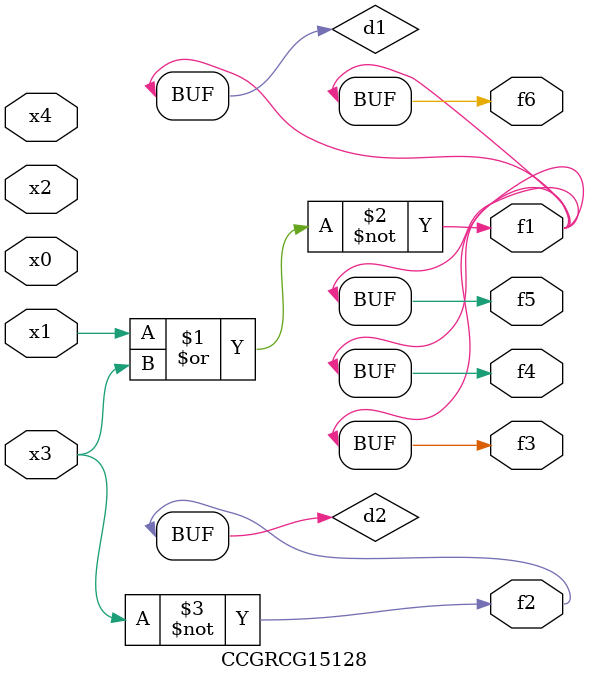
<source format=v>
module CCGRCG15128(
	input x0, x1, x2, x3, x4,
	output f1, f2, f3, f4, f5, f6
);

	wire d1, d2;

	nor (d1, x1, x3);
	not (d2, x3);
	assign f1 = d1;
	assign f2 = d2;
	assign f3 = d1;
	assign f4 = d1;
	assign f5 = d1;
	assign f6 = d1;
endmodule

</source>
